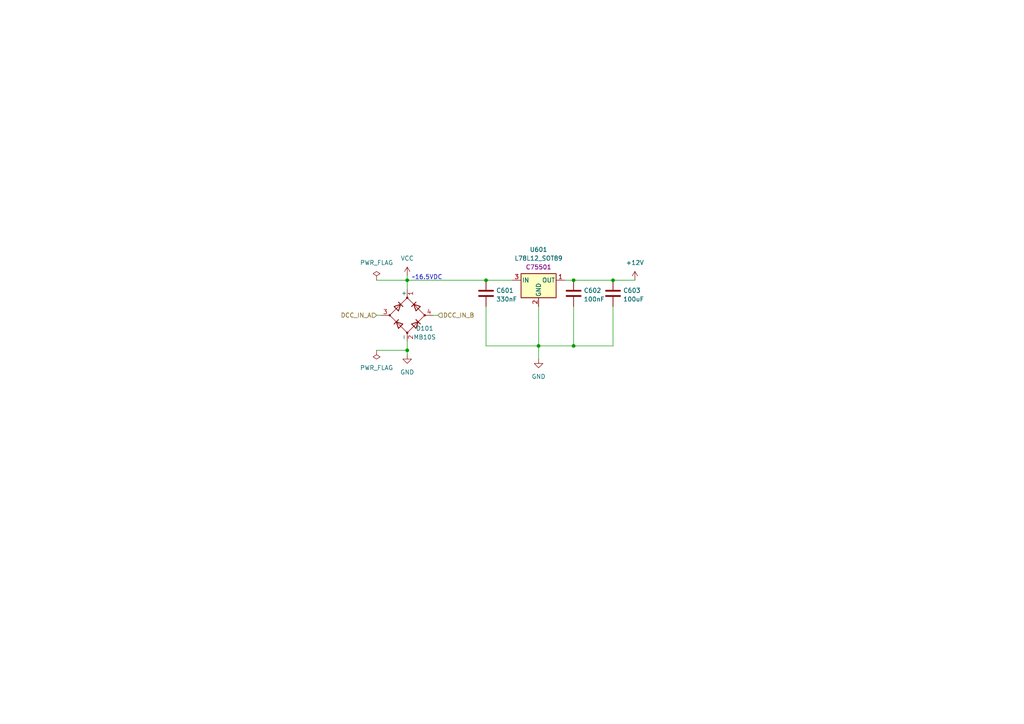
<source format=kicad_sch>
(kicad_sch (version 20230121) (generator eeschema)
  (paper "A4")
  (lib_symbols
    (symbol "Device:C" (pin_numbers hide) (pin_names (offset 0.254))
      (property "Reference" "C" (at 0.635 2.54 0))
      (property "Value" "C" (at 0.635 -2.54 0))
      (symbol "C_0_1"
        (polyline (pts (xy -2.032 -0.762) (xy 2.032 -0.762)) (stroke (width 0.508)))
        (polyline (pts (xy -2.032 0.762) (xy 2.032 0.762)) (stroke (width 0.508)))
      )
      (symbol "C_1_1"
        (pin passive line (at 0 3.81 270) (length 2.794) (name "~") (number "1"))
        (pin passive line (at 0 -3.81 90) (length 2.794) (name "~") (number "2"))
      )
    )
    (symbol "custom_kicad_lib_sk:L78L12_SOT89" (pin_names (offset 0.254))
      (property "Reference" "U" (at -3.81 3.175 0))
      (property "Value" "L78L12_SOT89" (at -0.635 3.175 0))
      (property "JLCPCB Part#" "C75501" (at 0 0 0))
      (symbol "L78L12_SOT89_0_1"
        (rectangle (start -5.08 1.905) (end 5.08 -5.08) (stroke (width 0.254)) (fill (type background)))
      )
      (symbol "L78L12_SOT89_1_1"
        (pin power_out line (at 7.62 0 180) (length 2.54) (name "OUT") (number "1"))
        (pin power_in line (at 0 -7.62 90) (length 2.54) (name "GND") (number "2"))
        (pin power_in line (at -7.62 0 0) (length 2.54) (name "IN") (number "3"))
      )
    )
    (symbol "custom_kicad_lib_sk:MB10S" (pin_names (offset 0))
      (property "Reference" "D" (at 2.54 6.985 0))
      (property "Value" "MB10S" (at 2.54 5.08 0))
      (symbol "MB10S_0_1"
        (circle (center -5.08 0) (radius 0.254) (fill (type outline)))
        (circle (center 0 -5.08) (radius 0.254) (fill (type outline)))
        (polyline (pts (xy -2.54 3.81) (xy -1.27 2.54)) (stroke (width 0.254)))
        (polyline (pts (xy -1.27 -2.54) (xy -2.54 -3.81)) (stroke (width 0.254)))
        (polyline (pts (xy 2.54 -1.27) (xy 3.81 -2.54)) (stroke (width 0.254)))
        (polyline (pts (xy 2.54 1.27) (xy 3.81 2.54)) (stroke (width 0.254)))
        (polyline (pts (xy -3.81 2.54) (xy -2.54 1.27) (xy -1.905 3.175) (xy -3.81 2.54)) (stroke (width 0.254)))
        (polyline (pts (xy -2.54 -1.27) (xy -3.81 -2.54) (xy -1.905 -3.175) (xy -2.54 -1.27)) (stroke (width 0.254)))
        (polyline (pts (xy 1.27 2.54) (xy 2.54 3.81) (xy 3.175 1.905) (xy 1.27 2.54)) (stroke (width 0.254)))
        (polyline (pts (xy 3.175 -1.905) (xy 1.27 -2.54) (xy 2.54 -3.81) (xy 3.175 -1.905)) (stroke (width 0.254)))
        (polyline (pts (xy -5.08 0) (xy 0 -5.08) (xy 5.08 0) (xy 0 5.08) (xy -5.08 0)))
        (circle (center 0 5.08) (radius 0.254) (fill (type outline)))
        (circle (center 5.08 0) (radius 0.254) (fill (type outline)))
      )
      (symbol "MB10S_1_1"
        (pin passive line (at 7.62 0 180) (length 2.54) (name "+") (number "1"))
        (pin passive line (at -7.62 0 0) (length 2.54) (name "-") (number "2"))
        (pin passive line (at 0 7.62 270) (length 2.54) (name "~") (number "3"))
        (pin passive line (at 0 -7.62 90) (length 2.54) (name "~") (number "4"))
      )
    )
    (symbol "power:+12V" (power) (pin_names (offset 0))
      (property "Value" "+12V" (at 0 3.556 0))
      (symbol "+12V_0_1"
        (polyline (pts (xy -0.762 1.27) (xy 0 2.54)))
        (polyline (pts (xy 0 0) (xy 0 2.54)))
        (polyline (pts (xy 0 2.54) (xy 0.762 1.27)))
      )
      (symbol "+12V_1_1"
        (pin power_in line (at 0 0 90) (length 0) hide (name "+12V") (number "1"))
      )
    )
    (symbol "power:GND" (power) (pin_names (offset 0))
      (property "Value" "GND" (at 0 -3.81 0))
      (symbol "GND_0_1"
        (polyline (pts (xy 0 0) (xy 0 -1.27) (xy 1.27 -1.27) (xy 0 -2.54) (xy -1.27 -1.27) (xy 0 -1.27)))
      )
      (symbol "GND_1_1"
        (pin power_in line (at 0 0 270) (length 0) hide (name "GND") (number "1"))
      )
    )
    (symbol "power:PWR_FLAG" (power) (pin_numbers hide) (pin_names (offset 0) hide)
      (property "Value" "PWR_FLAG" (at 0 3.81 0))
      (symbol "PWR_FLAG_0_0"
        (pin power_out line (at 0 0 90) (length 0) (name "pwr") (number "1"))
      )
      (symbol "PWR_FLAG_0_1"
        (polyline (pts (xy 0 0) (xy 0 1.27) (xy -1.016 1.905) (xy 0 2.54) (xy 1.016 1.905) (xy 0 1.27)))
      )
    )
    (symbol "power:VCC" (power) (pin_names (offset 0))
      (property "Value" "VCC" (at 0 3.81 0))
      (symbol "VCC_0_1"
        (polyline (pts (xy -0.762 1.27) (xy 0 2.54)))
        (polyline (pts (xy 0 0) (xy 0 2.54)))
        (polyline (pts (xy 0 2.54) (xy 0.762 1.27)))
      )
      (symbol "VCC_1_1"
        (pin power_in line (at 0 0 90) (length 0) hide (name "VCC") (number "1"))
      )
    )
  )
  (junction (at 166.37 81.28))
  (junction (at 177.8 81.28))
  (junction (at 156.21 100.33))
  (junction (at 140.97 81.28))
  (junction (at 166.37 100.33))
  (junction (at 118.11 101.6))
  (junction (at 118.11 81.28))
  (wire (pts (xy 140.97 81.28) (xy 148.59 81.28)))
  (wire (pts (xy 109.22 101.6) (xy 118.11 101.6)))
  (wire (pts (xy 118.11 81.28) (xy 140.97 81.28)))
  (wire (pts (xy 118.11 80.01) (xy 118.11 81.28)))
  (wire (pts (xy 166.37 88.9) (xy 166.37 100.33)))
  (wire (pts (xy 109.22 91.44) (xy 110.49 91.44)))
  (wire (pts (xy 118.11 101.6) (xy 118.11 102.87)))
  (wire (pts (xy 156.21 100.33) (xy 156.21 104.14)))
  (wire (pts (xy 140.97 100.33) (xy 156.21 100.33)))
  (wire (pts (xy 118.11 99.06) (xy 118.11 101.6)))
  (wire (pts (xy 177.8 88.9) (xy 177.8 100.33)))
  (wire (pts (xy 118.11 81.28) (xy 118.11 83.82)))
  (wire (pts (xy 177.8 81.28) (xy 184.15 81.28)))
  (wire (pts (xy 140.97 88.9) (xy 140.97 100.33)))
  (wire (pts (xy 156.21 88.9) (xy 156.21 100.33)))
  (wire (pts (xy 109.22 81.28) (xy 118.11 81.28)))
  (wire (pts (xy 166.37 100.33) (xy 177.8 100.33)))
  (wire (pts (xy 163.83 81.28) (xy 166.37 81.28)))
  (wire (pts (xy 127 91.44) (xy 125.73 91.44)))
  (wire (pts (xy 166.37 81.28) (xy 177.8 81.28)))
  (wire (pts (xy 156.21 100.33) (xy 166.37 100.33)))
  (text "~16.5VDC" (at 119.38 81.28 0) (effects (font (size 1.27 1.27)) (justify left bottom)))
  (hierarchical_label "DCC_IN_B" (shape input) (at 127 91.44 0))
  (hierarchical_label "DCC_IN_A" (shape input) (at 109.22 91.44 180))
  (symbol (lib_id "Device:C") (at 166.37 85.09 0) (unit 1)
    (property "Reference" "C302" (at 169.291 84.2553 0) (effects (justify left)))
    (property "Value" "100nF" (at 169.291 86.7922 0) (effects (justify left)))
    (property "Footprint" "Capacitor_SMD:C_0603_1608Metric_Pad1.08x0.95mm_HandSolder" (effects hide))
    (property "JLCPCB Part#" "C14663" (effects hide))
    (instances (project "turningLoopMosfet" (path "" (reference "C602") (unit 1))) (project "LDO" (path "" (reference "C302") (unit 1))) (project "general_schematics" (path "" (reference "C1802") (unit 1))))
  )
  (symbol (lib_id "power:VCC") (at 118.11 80.01 0) (unit 1)
    (property "Reference" "#PWR0103" (effects hide))
    (property "Value" "VCC" (at 118.11 74.93 0))
    (instances (project "turningLoopMosfet" (path "" (reference "#PWR0103") (unit 1)) (path "" (reference "#PWR0601") (unit 1))))
  )
  (symbol (lib_id "power:GND") (at 118.11 102.87 0) (unit 1)
    (property "Reference" "#PWR0104" (effects hide))
    (property "Value" "GND" (at 118.11 107.95 0))
    (instances (project "turningLoopMosfet" (path "" (reference "#PWR0104") (unit 1)) (path "" (reference "#PWR0602") (unit 1))))
  )
  (symbol (lib_id "power:+12V") (at 184.15 81.28 0) (unit 1)
    (property "Reference" "#PWR0604" (effects hide))
    (property "Value" "+12V" (at 184.15 76.2 0))
  )
  (symbol (lib_id "power:PWR_FLAG") (at 109.22 81.28 0) (unit 1)
    (property "Reference" "#FLG0101" (effects hide))
    (property "Value" "PWR_FLAG" (at 109.22 76.2 0))
    (instances (project "turningLoopMosfet" (path "" (reference "#FLG0101") (unit 1)) (path "" (reference "#FLG0601") (unit 1))))
  )
  (symbol (lib_id "custom_kicad_lib_sk:MB10S") (at 118.11 91.44 90) (unit 1)
    (property "Reference" "D101" (at 123.19 95.25 90))
    (property "Value" "MB10S" (at 123.19 97.79 90))
    (property "Footprint" "Package_TO_SOT_SMD:TO-269AA" (effects hide))
    (property "JLCPCB Part#" "C2488" (effects hide))
    (instances (project "turningLoopMosfet" (path "" (reference "D101") (unit 1)) (path "" (reference "D601") (unit 1))))
  )
  (symbol (lib_id "power:PWR_FLAG") (at 109.22 101.6 180) (unit 1)
    (property "Reference" "#FLG0102" (effects hide))
    (property "Value" "PWR_FLAG" (at 109.22 106.68 0))
    (instances (project "turningLoopMosfet" (path "" (reference "#FLG0102") (unit 1)) (path "" (reference "#FLG0602") (unit 1))))
  )
  (symbol (lib_id "Device:C") (at 140.97 85.09 0) (unit 1)
    (property "Reference" "C301" (at 143.891 84.2553 0) (effects (justify left)))
    (property "Value" "330nF" (at 143.891 86.7922 0) (effects (justify left)))
    (property "Footprint" "Capacitor_SMD:C_0603_1608Metric_Pad1.08x0.95mm_HandSolder" (effects hide))
    (property "JLCPCB Part#" "C1615" (effects hide))
    (instances (project "turningLoopMosfet" (path "" (reference "C601") (unit 1))) (project "LDO" (path "" (reference "C301") (unit 1))) (project "general_schematics" (path "" (reference "C1801") (unit 1))))
  )
  (symbol (lib_id "Device:C") (at 177.8 85.09 0) (unit 1)
    (property "Reference" "C303" (at 180.721 84.2553 0) (effects (justify left)))
    (property "Value" "100uF" (at 180.721 86.7922 0) (effects (justify left)))
    (property "Footprint" "Capacitor_SMD:C_1206_3216Metric_Pad1.33x1.80mm_HandSolder" (effects hide))
    (property "JLCPCB Part#" "C15008" (effects hide))
    (instances (project "turningLoopMosfet" (path "" (reference "C603") (unit 1))) (project "LDO" (path "" (reference "C303") (unit 1))) (project "general_schematics" (path "" (reference "C1803") (unit 1))))
  )
  (symbol (lib_id "power:GND") (at 156.21 104.14 0) (unit 1)
    (property "Reference" "#PWR0303" (effects hide))
    (property "Value" "GND" (at 156.21 109.22 0))
    (instances (project "turningLoopMosfet" (path "" (reference "#PWR0603") (unit 1))) (project "LDO" (path "" (reference "#PWR0303") (unit 1))))
  )
  (symbol (lib_id "custom_kicad_lib_sk:L78L12_SOT89") (at 156.21 81.28 0) (unit 1)
    (property "Reference" "U601" (at 156.21 72.39 0))
    (property "Value" "L78L12_SOT89" (at 156.21 74.93 0))
    (property "Footprint" "Package_TO_SOT_SMD:SOT-89-3" (effects hide))
    (property "Datasheet" "http://www.st.com/content/ccc/resource/technical/document/datasheet/15/55/e5/aa/23/5b/43/fd/CD00000446.pdf/files/CD00000446.pdf/jcr:content/translations/en.CD00000446.pdf" (effects hide))
    (property "JLCPCB Part#" "C75501" (at 156.21 77.47 0))
  )
)
</source>
